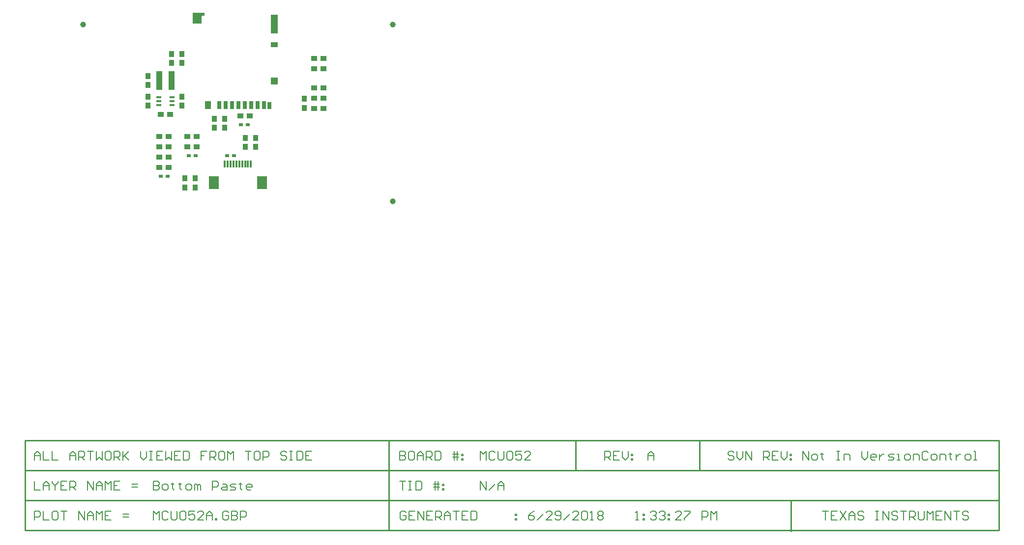
<source format=gbp>
G04 Layer_Color=128*
%FSAX25Y25*%
%MOIN*%
G70*
G01*
G75*
%ADD10C,0.01000*%
%ADD11C,0.00800*%
%ADD15R,0.03740X0.03937*%
%ADD16R,0.03937X0.03740*%
G04:AMPARAMS|DCode=17|XSize=15.75mil|YSize=33.47mil|CornerRadius=1.97mil|HoleSize=0mil|Usage=FLASHONLY|Rotation=90.000|XOffset=0mil|YOffset=0mil|HoleType=Round|Shape=RoundedRectangle|*
%AMROUNDEDRECTD17*
21,1,0.01575,0.02953,0,0,90.0*
21,1,0.01181,0.03347,0,0,90.0*
1,1,0.00394,0.01476,0.00591*
1,1,0.00394,0.01476,-0.00591*
1,1,0.00394,-0.01476,-0.00591*
1,1,0.00394,-0.01476,0.00591*
%
%ADD17ROUNDEDRECTD17*%
%ADD18R,0.03150X0.02362*%
%ADD19R,0.01181X0.05118*%
%ADD20R,0.07087X0.08661*%
G04:AMPARAMS|DCode=21|XSize=39.37mil|YSize=39.37mil|CornerRadius=1.58mil|HoleSize=0mil|Usage=FLASHONLY|Rotation=0.000|XOffset=0mil|YOffset=0mil|HoleType=Round|Shape=RoundedRectangle|*
%AMROUNDEDRECTD21*
21,1,0.03937,0.03622,0,0,0.0*
21,1,0.03622,0.03937,0,0,0.0*
1,1,0.00315,0.01811,-0.01811*
1,1,0.00315,-0.01811,-0.01811*
1,1,0.00315,-0.01811,0.01811*
1,1,0.00315,0.01811,0.01811*
%
%ADD21ROUNDEDRECTD21*%
G04:AMPARAMS|DCode=22|XSize=47.24mil|YSize=125.98mil|CornerRadius=1.89mil|HoleSize=0mil|Usage=FLASHONLY|Rotation=0.000|XOffset=0mil|YOffset=0mil|HoleType=Round|Shape=RoundedRectangle|*
%AMROUNDEDRECTD22*
21,1,0.04724,0.12220,0,0,0.0*
21,1,0.04347,0.12598,0,0,0.0*
1,1,0.00378,0.02173,-0.06110*
1,1,0.00378,-0.02173,-0.06110*
1,1,0.00378,-0.02173,0.06110*
1,1,0.00378,0.02173,0.06110*
%
%ADD22ROUNDEDRECTD22*%
G04:AMPARAMS|DCode=23|XSize=47.24mil|YSize=47.24mil|CornerRadius=1.89mil|HoleSize=0mil|Usage=FLASHONLY|Rotation=0.000|XOffset=0mil|YOffset=0mil|HoleType=Round|Shape=RoundedRectangle|*
%AMROUNDEDRECTD23*
21,1,0.04724,0.04347,0,0,0.0*
21,1,0.04347,0.04724,0,0,0.0*
1,1,0.00378,0.02173,-0.02173*
1,1,0.00378,-0.02173,-0.02173*
1,1,0.00378,-0.02173,0.02173*
1,1,0.00378,0.02173,0.02173*
%
%ADD23ROUNDEDRECTD23*%
G04:AMPARAMS|DCode=24|XSize=39.37mil|YSize=55.12mil|CornerRadius=1.97mil|HoleSize=0mil|Usage=FLASHONLY|Rotation=0.000|XOffset=0mil|YOffset=0mil|HoleType=Round|Shape=RoundedRectangle|*
%AMROUNDEDRECTD24*
21,1,0.03937,0.05118,0,0,0.0*
21,1,0.03543,0.05512,0,0,0.0*
1,1,0.00394,0.01772,-0.02559*
1,1,0.00394,-0.01772,-0.02559*
1,1,0.00394,-0.01772,0.02559*
1,1,0.00394,0.01772,0.02559*
%
%ADD24ROUNDEDRECTD24*%
G04:AMPARAMS|DCode=25|XSize=47.24mil|YSize=31.5mil|CornerRadius=1.26mil|HoleSize=0mil|Usage=FLASHONLY|Rotation=0.000|XOffset=0mil|YOffset=0mil|HoleType=Round|Shape=RoundedRectangle|*
%AMROUNDEDRECTD25*
21,1,0.04724,0.02898,0,0,0.0*
21,1,0.04472,0.03150,0,0,0.0*
1,1,0.00252,0.02236,-0.01449*
1,1,0.00252,-0.02236,-0.01449*
1,1,0.00252,-0.02236,0.01449*
1,1,0.00252,0.02236,0.01449*
%
%ADD25ROUNDEDRECTD25*%
G04:AMPARAMS|DCode=26|XSize=27.56mil|YSize=47.24mil|CornerRadius=1.93mil|HoleSize=0mil|Usage=FLASHONLY|Rotation=0.000|XOffset=0mil|YOffset=0mil|HoleType=Round|Shape=RoundedRectangle|*
%AMROUNDEDRECTD26*
21,1,0.02756,0.04339,0,0,0.0*
21,1,0.02370,0.04724,0,0,0.0*
1,1,0.00386,0.01185,-0.02169*
1,1,0.00386,-0.01185,-0.02169*
1,1,0.00386,-0.01185,0.02169*
1,1,0.00386,0.01185,0.02169*
%
%ADD26ROUNDEDRECTD26*%
G04:AMPARAMS|DCode=27|XSize=27.56mil|YSize=55.12mil|CornerRadius=1.93mil|HoleSize=0mil|Usage=FLASHONLY|Rotation=0.000|XOffset=0mil|YOffset=0mil|HoleType=Round|Shape=RoundedRectangle|*
%AMROUNDEDRECTD27*
21,1,0.02756,0.05126,0,0,0.0*
21,1,0.02370,0.05512,0,0,0.0*
1,1,0.00386,0.01185,-0.02563*
1,1,0.00386,-0.01185,-0.02563*
1,1,0.00386,-0.01185,0.02563*
1,1,0.00386,0.01185,0.02563*
%
%ADD27ROUNDEDRECTD27*%
%ADD28R,0.04409X0.12598*%
%ADD29C,0.03937*%
G36*
X0161562Y0389518D02*
X0160184D01*
X0159594Y0388928D01*
Y0384006D01*
X0153688D01*
Y0391487D01*
X0161562D01*
Y0389518D01*
D02*
G37*
G54D10*
X0497200Y0080717D02*
Y0101050D01*
X0413200Y0080717D02*
Y0101050D01*
X0040000Y0080717D02*
X0700200D01*
X0040000Y0060383D02*
X0700000D01*
X0040000Y0040050D02*
X0440500D01*
X0040050Y0101050D02*
X0700200D01*
X0040050Y0040050D02*
Y0101050D01*
Y0040050D02*
X0197600D01*
X0040000D02*
Y0101050D01*
X0286500Y0040050D02*
Y0101050D01*
X0700200Y0040050D02*
Y0101050D01*
X0440500Y0040050D02*
X0700200D01*
X0559400Y0039400D02*
Y0059683D01*
G54D11*
X0126900Y0073549D02*
Y0067551D01*
X0129899D01*
X0130899Y0068550D01*
Y0069550D01*
X0129899Y0070550D01*
X0126900D01*
X0129899D01*
X0130899Y0071549D01*
Y0072549D01*
X0129899Y0073549D01*
X0126900D01*
X0133898Y0067551D02*
X0135897D01*
X0136897Y0068550D01*
Y0070550D01*
X0135897Y0071549D01*
X0133898D01*
X0132898Y0070550D01*
Y0068550D01*
X0133898Y0067551D01*
X0139896Y0072549D02*
Y0071549D01*
X0138896D01*
X0140895D01*
X0139896D01*
Y0068550D01*
X0140895Y0067551D01*
X0144894Y0072549D02*
Y0071549D01*
X0143895D01*
X0145894D01*
X0144894D01*
Y0068550D01*
X0145894Y0067551D01*
X0149893D02*
X0151892D01*
X0152892Y0068550D01*
Y0070550D01*
X0151892Y0071549D01*
X0149893D01*
X0148893Y0070550D01*
Y0068550D01*
X0149893Y0067551D01*
X0154891D02*
Y0071549D01*
X0155891D01*
X0156890Y0070550D01*
Y0067551D01*
Y0070550D01*
X0157890Y0071549D01*
X0158890Y0070550D01*
Y0067551D01*
X0166887D02*
Y0073549D01*
X0169886D01*
X0170886Y0072549D01*
Y0070550D01*
X0169886Y0069550D01*
X0166887D01*
X0173885Y0071549D02*
X0175884D01*
X0176884Y0070550D01*
Y0067551D01*
X0173885D01*
X0172885Y0068550D01*
X0173885Y0069550D01*
X0176884D01*
X0178883Y0067551D02*
X0181882D01*
X0182882Y0068550D01*
X0181882Y0069550D01*
X0179883D01*
X0178883Y0070550D01*
X0179883Y0071549D01*
X0182882D01*
X0185881Y0072549D02*
Y0071549D01*
X0184881D01*
X0186881D01*
X0185881D01*
Y0068550D01*
X0186881Y0067551D01*
X0192879D02*
X0190879D01*
X0189880Y0068550D01*
Y0070550D01*
X0190879Y0071549D01*
X0192879D01*
X0193878Y0070550D01*
Y0069550D01*
X0189880D01*
X0567400Y0087833D02*
Y0093831D01*
X0571399Y0087833D01*
Y0093831D01*
X0574398Y0087833D02*
X0576397D01*
X0577397Y0088833D01*
Y0090832D01*
X0576397Y0091832D01*
X0574398D01*
X0573398Y0090832D01*
Y0088833D01*
X0574398Y0087833D01*
X0580396Y0092832D02*
Y0091832D01*
X0579396D01*
X0581395D01*
X0580396D01*
Y0088833D01*
X0581395Y0087833D01*
X0590393Y0093831D02*
X0592392D01*
X0591392D01*
Y0087833D01*
X0590393D01*
X0592392D01*
X0595391D02*
Y0091832D01*
X0598390D01*
X0599390Y0090832D01*
Y0087833D01*
X0607387Y0093831D02*
Y0089833D01*
X0609386Y0087833D01*
X0611386Y0089833D01*
Y0093831D01*
X0616384Y0087833D02*
X0614385D01*
X0613385Y0088833D01*
Y0090832D01*
X0614385Y0091832D01*
X0616384D01*
X0617384Y0090832D01*
Y0089833D01*
X0613385D01*
X0619383Y0091832D02*
Y0087833D01*
Y0089833D01*
X0620383Y0090832D01*
X0621383Y0091832D01*
X0622382D01*
X0625381Y0087833D02*
X0628380D01*
X0629380Y0088833D01*
X0628380Y0089833D01*
X0626381D01*
X0625381Y0090832D01*
X0626381Y0091832D01*
X0629380D01*
X0631379Y0087833D02*
X0633379D01*
X0632379D01*
Y0091832D01*
X0631379D01*
X0637377Y0087833D02*
X0639377D01*
X0640376Y0088833D01*
Y0090832D01*
X0639377Y0091832D01*
X0637377D01*
X0636378Y0090832D01*
Y0088833D01*
X0637377Y0087833D01*
X0642376D02*
Y0091832D01*
X0645375D01*
X0646374Y0090832D01*
Y0087833D01*
X0652373Y0092832D02*
X0651373Y0093831D01*
X0649373D01*
X0648374Y0092832D01*
Y0088833D01*
X0649373Y0087833D01*
X0651373D01*
X0652373Y0088833D01*
X0655372Y0087833D02*
X0657371D01*
X0658371Y0088833D01*
Y0090832D01*
X0657371Y0091832D01*
X0655372D01*
X0654372Y0090832D01*
Y0088833D01*
X0655372Y0087833D01*
X0660370D02*
Y0091832D01*
X0663369D01*
X0664369Y0090832D01*
Y0087833D01*
X0667368Y0092832D02*
Y0091832D01*
X0666368D01*
X0668367D01*
X0667368D01*
Y0088833D01*
X0668367Y0087833D01*
X0671366Y0091832D02*
Y0087833D01*
Y0089833D01*
X0672366Y0090832D01*
X0673366Y0091832D01*
X0674365D01*
X0678364Y0087833D02*
X0680364D01*
X0681363Y0088833D01*
Y0090832D01*
X0680364Y0091832D01*
X0678364D01*
X0677364Y0090832D01*
Y0088833D01*
X0678364Y0087833D01*
X0683362D02*
X0685362D01*
X0684362D01*
Y0093831D01*
X0683362D01*
X0520799Y0092832D02*
X0519799Y0093831D01*
X0517800D01*
X0516800Y0092832D01*
Y0091832D01*
X0517800Y0090832D01*
X0519799D01*
X0520799Y0089833D01*
Y0088833D01*
X0519799Y0087833D01*
X0517800D01*
X0516800Y0088833D01*
X0522798Y0093831D02*
Y0089833D01*
X0524797Y0087833D01*
X0526797Y0089833D01*
Y0093831D01*
X0528796Y0087833D02*
Y0093831D01*
X0532795Y0087833D01*
Y0093831D01*
X0540792Y0087833D02*
Y0093831D01*
X0543791D01*
X0544791Y0092832D01*
Y0090832D01*
X0543791Y0089833D01*
X0540792D01*
X0542792D02*
X0544791Y0087833D01*
X0550789Y0093831D02*
X0546790D01*
Y0087833D01*
X0550789D01*
X0546790Y0090832D02*
X0548790D01*
X0552788Y0093831D02*
Y0089833D01*
X0554788Y0087833D01*
X0556787Y0089833D01*
Y0093831D01*
X0558786Y0091832D02*
X0559786D01*
Y0090832D01*
X0558786D01*
Y0091832D01*
Y0088833D02*
X0559786D01*
Y0087833D01*
X0558786D01*
Y0088833D01*
X0433000Y0087833D02*
Y0093831D01*
X0435999D01*
X0436999Y0092832D01*
Y0090832D01*
X0435999Y0089833D01*
X0433000D01*
X0434999D02*
X0436999Y0087833D01*
X0442997Y0093831D02*
X0438998D01*
Y0087833D01*
X0442997D01*
X0438998Y0090832D02*
X0440997D01*
X0444996Y0093831D02*
Y0089833D01*
X0446995Y0087833D01*
X0448995Y0089833D01*
Y0093831D01*
X0450994Y0091832D02*
X0451994D01*
Y0090832D01*
X0450994D01*
Y0091832D01*
Y0088833D02*
X0451994D01*
Y0087833D01*
X0450994D01*
Y0088833D01*
X0126900Y0046966D02*
Y0052965D01*
X0128899Y0050965D01*
X0130899Y0052965D01*
Y0046966D01*
X0136897Y0051965D02*
X0135897Y0052965D01*
X0133898D01*
X0132898Y0051965D01*
Y0047966D01*
X0133898Y0046966D01*
X0135897D01*
X0136897Y0047966D01*
X0138896Y0052965D02*
Y0047966D01*
X0139896Y0046966D01*
X0141895D01*
X0142895Y0047966D01*
Y0052965D01*
X0144894Y0051965D02*
X0145894Y0052965D01*
X0147893D01*
X0148893Y0051965D01*
Y0047966D01*
X0147893Y0046966D01*
X0145894D01*
X0144894Y0047966D01*
Y0051965D01*
X0154891Y0052965D02*
X0150892D01*
Y0049966D01*
X0152892Y0050965D01*
X0153891D01*
X0154891Y0049966D01*
Y0047966D01*
X0153891Y0046966D01*
X0151892D01*
X0150892Y0047966D01*
X0160889Y0046966D02*
X0156890D01*
X0160889Y0050965D01*
Y0051965D01*
X0159889Y0052965D01*
X0157890D01*
X0156890Y0051965D01*
X0162888Y0046966D02*
Y0050965D01*
X0164888Y0052965D01*
X0166887Y0050965D01*
Y0046966D01*
Y0049966D01*
X0162888D01*
X0168886Y0046966D02*
Y0047966D01*
X0169886D01*
Y0046966D01*
X0168886D01*
X0177884Y0051965D02*
X0176884Y0052965D01*
X0174884D01*
X0173885Y0051965D01*
Y0047966D01*
X0174884Y0046966D01*
X0176884D01*
X0177884Y0047966D01*
Y0049966D01*
X0175884D01*
X0179883Y0052965D02*
Y0046966D01*
X0182882D01*
X0183882Y0047966D01*
Y0048966D01*
X0182882Y0049966D01*
X0179883D01*
X0182882D01*
X0183882Y0050965D01*
Y0051965D01*
X0182882Y0052965D01*
X0179883D01*
X0185881Y0046966D02*
Y0052965D01*
X0188880D01*
X0189880Y0051965D01*
Y0049966D01*
X0188880Y0048966D01*
X0185881D01*
X0385149Y0052965D02*
X0383149Y0051965D01*
X0381150Y0049966D01*
Y0047966D01*
X0382150Y0046966D01*
X0384149D01*
X0385149Y0047966D01*
Y0048966D01*
X0384149Y0049966D01*
X0381150D01*
X0387148Y0046966D02*
X0391147Y0050965D01*
X0397145Y0046966D02*
X0393146D01*
X0397145Y0050965D01*
Y0051965D01*
X0396145Y0052965D01*
X0394146D01*
X0393146Y0051965D01*
X0399144Y0047966D02*
X0400144Y0046966D01*
X0402143D01*
X0403143Y0047966D01*
Y0051965D01*
X0402143Y0052965D01*
X0400144D01*
X0399144Y0051965D01*
Y0050965D01*
X0400144Y0049966D01*
X0403143D01*
X0405142Y0046966D02*
X0409141Y0050965D01*
X0415139Y0046966D02*
X0411140D01*
X0415139Y0050965D01*
Y0051965D01*
X0414139Y0052965D01*
X0412140D01*
X0411140Y0051965D01*
X0417138D02*
X0418138Y0052965D01*
X0420137D01*
X0421137Y0051965D01*
Y0047966D01*
X0420137Y0046966D01*
X0418138D01*
X0417138Y0047966D01*
Y0051965D01*
X0423136Y0046966D02*
X0425136D01*
X0424136D01*
Y0052965D01*
X0423136Y0051965D01*
X0428135D02*
X0429135Y0052965D01*
X0431134D01*
X0432133Y0051965D01*
Y0050965D01*
X0431134Y0049966D01*
X0432133Y0048966D01*
Y0047966D01*
X0431134Y0046966D01*
X0429135D01*
X0428135Y0047966D01*
Y0048966D01*
X0429135Y0049966D01*
X0428135Y0050965D01*
Y0051965D01*
X0429135Y0049966D02*
X0431134D01*
X0298199Y0051965D02*
X0297199Y0052965D01*
X0295200D01*
X0294200Y0051965D01*
Y0047966D01*
X0295200Y0046966D01*
X0297199D01*
X0298199Y0047966D01*
Y0049966D01*
X0296199D01*
X0304197Y0052965D02*
X0300198D01*
Y0046966D01*
X0304197D01*
X0300198Y0049966D02*
X0302197D01*
X0306196Y0046966D02*
Y0052965D01*
X0310195Y0046966D01*
Y0052965D01*
X0316193D02*
X0312194D01*
Y0046966D01*
X0316193D01*
X0312194Y0049966D02*
X0314194D01*
X0318192Y0046966D02*
Y0052965D01*
X0321191D01*
X0322191Y0051965D01*
Y0049966D01*
X0321191Y0048966D01*
X0318192D01*
X0320192D02*
X0322191Y0046966D01*
X0324190D02*
Y0050965D01*
X0326190Y0052965D01*
X0328189Y0050965D01*
Y0046966D01*
Y0049966D01*
X0324190D01*
X0330188Y0052965D02*
X0334187D01*
X0332188D01*
Y0046966D01*
X0340185Y0052965D02*
X0336186D01*
Y0046966D01*
X0340185D01*
X0336186Y0049966D02*
X0338186D01*
X0342184Y0052965D02*
Y0046966D01*
X0345183D01*
X0346183Y0047966D01*
Y0051965D01*
X0345183Y0052965D01*
X0342184D01*
X0372175Y0050965D02*
X0373175D01*
Y0049966D01*
X0372175D01*
Y0050965D01*
Y0047966D02*
X0373175D01*
Y0046966D01*
X0372175D01*
Y0047966D01*
X0046350Y0087833D02*
Y0091832D01*
X0048349Y0093831D01*
X0050349Y0091832D01*
Y0087833D01*
Y0090832D01*
X0046350D01*
X0052348Y0093831D02*
Y0087833D01*
X0056347D01*
X0058346Y0093831D02*
Y0087833D01*
X0062345D01*
X0070342D02*
Y0091832D01*
X0072342Y0093831D01*
X0074341Y0091832D01*
Y0087833D01*
Y0090832D01*
X0070342D01*
X0076340Y0087833D02*
Y0093831D01*
X0079339D01*
X0080339Y0092832D01*
Y0090832D01*
X0079339Y0089833D01*
X0076340D01*
X0078340D02*
X0080339Y0087833D01*
X0082338Y0093831D02*
X0086337D01*
X0084338D01*
Y0087833D01*
X0088336Y0093831D02*
Y0087833D01*
X0090336Y0089833D01*
X0092335Y0087833D01*
Y0093831D01*
X0097334D02*
X0095334D01*
X0094335Y0092832D01*
Y0088833D01*
X0095334Y0087833D01*
X0097334D01*
X0098333Y0088833D01*
Y0092832D01*
X0097334Y0093831D01*
X0100332Y0087833D02*
Y0093831D01*
X0103332D01*
X0104331Y0092832D01*
Y0090832D01*
X0103332Y0089833D01*
X0100332D01*
X0102332D02*
X0104331Y0087833D01*
X0106331Y0093831D02*
Y0087833D01*
Y0089833D01*
X0110329Y0093831D01*
X0107330Y0090832D01*
X0110329Y0087833D01*
X0118327Y0093831D02*
Y0089833D01*
X0120326Y0087833D01*
X0122325Y0089833D01*
Y0093831D01*
X0124325D02*
X0126324D01*
X0125324D01*
Y0087833D01*
X0124325D01*
X0126324D01*
X0133322Y0093831D02*
X0129323D01*
Y0087833D01*
X0133322D01*
X0129323Y0090832D02*
X0131323D01*
X0135321Y0093831D02*
Y0087833D01*
X0137321Y0089833D01*
X0139320Y0087833D01*
Y0093831D01*
X0145318D02*
X0141319D01*
Y0087833D01*
X0145318D01*
X0141319Y0090832D02*
X0143319D01*
X0147317Y0093831D02*
Y0087833D01*
X0150316D01*
X0151316Y0088833D01*
Y0092832D01*
X0150316Y0093831D01*
X0147317D01*
X0163312D02*
X0159313D01*
Y0090832D01*
X0161313D01*
X0159313D01*
Y0087833D01*
X0165312D02*
Y0093831D01*
X0168310D01*
X0169310Y0092832D01*
Y0090832D01*
X0168310Y0089833D01*
X0165312D01*
X0167311D02*
X0169310Y0087833D01*
X0174309Y0093831D02*
X0172309D01*
X0171310Y0092832D01*
Y0088833D01*
X0172309Y0087833D01*
X0174309D01*
X0175308Y0088833D01*
Y0092832D01*
X0174309Y0093831D01*
X0177308Y0087833D02*
Y0093831D01*
X0179307Y0091832D01*
X0181306Y0093831D01*
Y0087833D01*
X0189304Y0093831D02*
X0193303D01*
X0191303D01*
Y0087833D01*
X0198301Y0093831D02*
X0196301D01*
X0195302Y0092832D01*
Y0088833D01*
X0196301Y0087833D01*
X0198301D01*
X0199301Y0088833D01*
Y0092832D01*
X0198301Y0093831D01*
X0201300Y0087833D02*
Y0093831D01*
X0204299D01*
X0205299Y0092832D01*
Y0090832D01*
X0204299Y0089833D01*
X0201300D01*
X0217295Y0092832D02*
X0216295Y0093831D01*
X0214296D01*
X0213296Y0092832D01*
Y0091832D01*
X0214296Y0090832D01*
X0216295D01*
X0217295Y0089833D01*
Y0088833D01*
X0216295Y0087833D01*
X0214296D01*
X0213296Y0088833D01*
X0219294Y0093831D02*
X0221293D01*
X0220294D01*
Y0087833D01*
X0219294D01*
X0221293D01*
X0224292Y0093831D02*
Y0087833D01*
X0227291D01*
X0228291Y0088833D01*
Y0092832D01*
X0227291Y0093831D01*
X0224292D01*
X0234289D02*
X0230291D01*
Y0087833D01*
X0234289D01*
X0230291Y0090832D02*
X0232290D01*
X0462150Y0087833D02*
Y0091832D01*
X0464149Y0093831D01*
X0466149Y0091832D01*
Y0087833D01*
Y0090832D01*
X0462150D01*
X0348550Y0087833D02*
Y0093831D01*
X0350549Y0091832D01*
X0352549Y0093831D01*
Y0087833D01*
X0358547Y0092832D02*
X0357547Y0093831D01*
X0355548D01*
X0354548Y0092832D01*
Y0088833D01*
X0355548Y0087833D01*
X0357547D01*
X0358547Y0088833D01*
X0360546Y0093831D02*
Y0088833D01*
X0361546Y0087833D01*
X0363545D01*
X0364545Y0088833D01*
Y0093831D01*
X0366544Y0092832D02*
X0367544Y0093831D01*
X0369543D01*
X0370543Y0092832D01*
Y0088833D01*
X0369543Y0087833D01*
X0367544D01*
X0366544Y0088833D01*
Y0092832D01*
X0376541Y0093831D02*
X0372542D01*
Y0090832D01*
X0374542Y0091832D01*
X0375541D01*
X0376541Y0090832D01*
Y0088833D01*
X0375541Y0087833D01*
X0373542D01*
X0372542Y0088833D01*
X0382539Y0087833D02*
X0378540D01*
X0382539Y0091832D01*
Y0092832D01*
X0381539Y0093831D01*
X0379540D01*
X0378540Y0092832D01*
X0294000Y0093831D02*
Y0087833D01*
X0296999D01*
X0297999Y0088833D01*
Y0089833D01*
X0296999Y0090832D01*
X0294000D01*
X0296999D01*
X0297999Y0091832D01*
Y0092832D01*
X0296999Y0093831D01*
X0294000D01*
X0302997D02*
X0300998D01*
X0299998Y0092832D01*
Y0088833D01*
X0300998Y0087833D01*
X0302997D01*
X0303997Y0088833D01*
Y0092832D01*
X0302997Y0093831D01*
X0305996Y0087833D02*
Y0091832D01*
X0307996Y0093831D01*
X0309995Y0091832D01*
Y0087833D01*
Y0090832D01*
X0305996D01*
X0311994Y0087833D02*
Y0093831D01*
X0314993D01*
X0315993Y0092832D01*
Y0090832D01*
X0314993Y0089833D01*
X0311994D01*
X0313994D02*
X0315993Y0087833D01*
X0317992Y0093831D02*
Y0087833D01*
X0320991D01*
X0321991Y0088833D01*
Y0092832D01*
X0320991Y0093831D01*
X0317992D01*
X0330988Y0087833D02*
Y0093831D01*
X0332987D02*
Y0087833D01*
X0329988Y0091832D02*
X0332987D01*
X0333987D01*
X0329988Y0089833D02*
X0333987D01*
X0335986Y0091832D02*
X0336986D01*
Y0090832D01*
X0335986D01*
Y0091832D01*
Y0088833D02*
X0336986D01*
Y0087833D01*
X0335986D01*
Y0088833D01*
X0046350Y0073549D02*
Y0067551D01*
X0050349D01*
X0052348D02*
Y0071549D01*
X0054347Y0073549D01*
X0056347Y0071549D01*
Y0067551D01*
Y0070550D01*
X0052348D01*
X0058346Y0073549D02*
Y0072549D01*
X0060346Y0070550D01*
X0062345Y0072549D01*
Y0073549D01*
X0060346Y0070550D02*
Y0067551D01*
X0068343Y0073549D02*
X0064344D01*
Y0067551D01*
X0068343D01*
X0064344Y0070550D02*
X0066343D01*
X0070342Y0067551D02*
Y0073549D01*
X0073341D01*
X0074341Y0072549D01*
Y0070550D01*
X0073341Y0069550D01*
X0070342D01*
X0072342D02*
X0074341Y0067551D01*
X0082338D02*
Y0073549D01*
X0086337Y0067551D01*
Y0073549D01*
X0088336Y0067551D02*
Y0071549D01*
X0090336Y0073549D01*
X0092335Y0071549D01*
Y0067551D01*
Y0070550D01*
X0088336D01*
X0094335Y0067551D02*
Y0073549D01*
X0096334Y0071549D01*
X0098333Y0073549D01*
Y0067551D01*
X0104331Y0073549D02*
X0100332D01*
Y0067551D01*
X0104331D01*
X0100332Y0070550D02*
X0102332D01*
X0112329Y0069550D02*
X0116327D01*
X0112329Y0071549D02*
X0116327D01*
X0046350Y0046966D02*
Y0052965D01*
X0049349D01*
X0050349Y0051965D01*
Y0049966D01*
X0049349Y0048966D01*
X0046350D01*
X0052348Y0052965D02*
Y0046966D01*
X0056347D01*
X0061345Y0052965D02*
X0059346D01*
X0058346Y0051965D01*
Y0047966D01*
X0059346Y0046966D01*
X0061345D01*
X0062345Y0047966D01*
Y0051965D01*
X0061345Y0052965D01*
X0064344D02*
X0068343D01*
X0066343D01*
Y0046966D01*
X0076340D02*
Y0052965D01*
X0080339Y0046966D01*
Y0052965D01*
X0082338Y0046966D02*
Y0050965D01*
X0084338Y0052965D01*
X0086337Y0050965D01*
Y0046966D01*
Y0049966D01*
X0082338D01*
X0088336Y0046966D02*
Y0052965D01*
X0090336Y0050965D01*
X0092335Y0052965D01*
Y0046966D01*
X0098333Y0052965D02*
X0094335D01*
Y0046966D01*
X0098333D01*
X0094335Y0049966D02*
X0096334D01*
X0106331Y0048966D02*
X0110329D01*
X0106331Y0050965D02*
X0110329D01*
X0454050Y0046966D02*
X0456049D01*
X0455050D01*
Y0052965D01*
X0454050Y0051965D01*
X0459048Y0050965D02*
X0460048D01*
Y0049966D01*
X0459048D01*
Y0050965D01*
Y0047966D02*
X0460048D01*
Y0046966D01*
X0459048D01*
Y0047966D01*
X0464047Y0051965D02*
X0465046Y0052965D01*
X0467046D01*
X0468046Y0051965D01*
Y0050965D01*
X0467046Y0049966D01*
X0466046D01*
X0467046D01*
X0468046Y0048966D01*
Y0047966D01*
X0467046Y0046966D01*
X0465046D01*
X0464047Y0047966D01*
X0470045Y0051965D02*
X0471044Y0052965D01*
X0473044D01*
X0474044Y0051965D01*
Y0050965D01*
X0473044Y0049966D01*
X0472044D01*
X0473044D01*
X0474044Y0048966D01*
Y0047966D01*
X0473044Y0046966D01*
X0471044D01*
X0470045Y0047966D01*
X0476043Y0050965D02*
X0477043D01*
Y0049966D01*
X0476043D01*
Y0050965D01*
Y0047966D02*
X0477043D01*
Y0046966D01*
X0476043D01*
Y0047966D01*
X0485040Y0046966D02*
X0481041D01*
X0485040Y0050965D01*
Y0051965D01*
X0484040Y0052965D01*
X0482041D01*
X0481041Y0051965D01*
X0487039Y0052965D02*
X0491038D01*
Y0051965D01*
X0487039Y0047966D01*
Y0046966D01*
X0499035D02*
Y0052965D01*
X0502035D01*
X0503034Y0051965D01*
Y0049966D01*
X0502035Y0048966D01*
X0499035D01*
X0505033Y0046966D02*
Y0052965D01*
X0507033Y0050965D01*
X0509032Y0052965D01*
Y0046966D01*
X0580500Y0052965D02*
X0584499D01*
X0582499D01*
Y0046966D01*
X0590497Y0052965D02*
X0586498D01*
Y0046966D01*
X0590497D01*
X0586498Y0049966D02*
X0588497D01*
X0592496Y0052965D02*
X0596495Y0046966D01*
Y0052965D02*
X0592496Y0046966D01*
X0598494D02*
Y0050965D01*
X0600493Y0052965D01*
X0602493Y0050965D01*
Y0046966D01*
Y0049966D01*
X0598494D01*
X0608491Y0051965D02*
X0607491Y0052965D01*
X0605492D01*
X0604492Y0051965D01*
Y0050965D01*
X0605492Y0049966D01*
X0607491D01*
X0608491Y0048966D01*
Y0047966D01*
X0607491Y0046966D01*
X0605492D01*
X0604492Y0047966D01*
X0616488Y0052965D02*
X0618488D01*
X0617488D01*
Y0046966D01*
X0616488D01*
X0618488D01*
X0621487D02*
Y0052965D01*
X0625486Y0046966D01*
Y0052965D01*
X0631484Y0051965D02*
X0630484Y0052965D01*
X0628484D01*
X0627485Y0051965D01*
Y0050965D01*
X0628484Y0049966D01*
X0630484D01*
X0631484Y0048966D01*
Y0047966D01*
X0630484Y0046966D01*
X0628484D01*
X0627485Y0047966D01*
X0633483Y0052965D02*
X0637482D01*
X0635482D01*
Y0046966D01*
X0639481D02*
Y0052965D01*
X0642480D01*
X0643480Y0051965D01*
Y0049966D01*
X0642480Y0048966D01*
X0639481D01*
X0641480D02*
X0643480Y0046966D01*
X0645479Y0052965D02*
Y0047966D01*
X0646479Y0046966D01*
X0648478D01*
X0649478Y0047966D01*
Y0052965D01*
X0651477Y0046966D02*
Y0052965D01*
X0653476Y0050965D01*
X0655476Y0052965D01*
Y0046966D01*
X0661474Y0052965D02*
X0657475D01*
Y0046966D01*
X0661474D01*
X0657475Y0049966D02*
X0659474D01*
X0663473Y0046966D02*
Y0052965D01*
X0667472Y0046966D01*
Y0052965D01*
X0669471D02*
X0673470D01*
X0671471D01*
Y0046966D01*
X0679468Y0051965D02*
X0678468Y0052965D01*
X0676469D01*
X0675469Y0051965D01*
Y0050965D01*
X0676469Y0049966D01*
X0678468D01*
X0679468Y0048966D01*
Y0047966D01*
X0678468Y0046966D01*
X0676469D01*
X0675469Y0047966D01*
X0294000Y0073498D02*
X0297999D01*
X0295999D01*
Y0067500D01*
X0299998Y0073498D02*
X0301997D01*
X0300998D01*
Y0067500D01*
X0299998D01*
X0301997D01*
X0304996Y0073498D02*
Y0067500D01*
X0307996D01*
X0308995Y0068500D01*
Y0072498D01*
X0307996Y0073498D01*
X0304996D01*
X0317992Y0067500D02*
Y0073498D01*
X0319992D02*
Y0067500D01*
X0316993Y0071499D02*
X0319992D01*
X0320991D01*
X0316993Y0069499D02*
X0320991D01*
X0322991Y0071499D02*
X0323990D01*
Y0070499D01*
X0322991D01*
Y0071499D01*
Y0068500D02*
X0323990D01*
Y0067500D01*
X0322991D01*
Y0068500D01*
X0348550Y0067500D02*
Y0073498D01*
X0352549Y0067500D01*
Y0073498D01*
X0354548Y0067500D02*
X0358547Y0071499D01*
X0360546Y0067500D02*
Y0071499D01*
X0362545Y0073498D01*
X0364545Y0071499D01*
Y0067500D01*
Y0070499D01*
X0360546D01*
G54D15*
X0229200Y0333050D02*
D03*
Y0326750D02*
D03*
X0139200Y0357250D02*
D03*
Y0363550D02*
D03*
X0146200Y0357250D02*
D03*
Y0363550D02*
D03*
X0123200Y0342282D02*
D03*
Y0348581D02*
D03*
Y0334581D02*
D03*
Y0328282D02*
D03*
X0146200D02*
D03*
Y0334581D02*
D03*
X0168200Y0319550D02*
D03*
Y0313250D02*
D03*
X0175200Y0319550D02*
D03*
Y0313250D02*
D03*
X0148200Y0272750D02*
D03*
Y0279050D02*
D03*
X0155200Y0279050D02*
D03*
Y0272750D02*
D03*
X0189332Y0300250D02*
D03*
Y0306550D02*
D03*
X0196332Y0300250D02*
D03*
Y0306550D02*
D03*
G54D16*
X0138350Y0322431D02*
D03*
X0132050D02*
D03*
X0131050Y0286408D02*
D03*
X0137350D02*
D03*
X0131050Y0293400D02*
D03*
X0137350D02*
D03*
X0131050Y0300400D02*
D03*
X0137350D02*
D03*
X0131050Y0307400D02*
D03*
X0137350D02*
D03*
X0150050Y0300400D02*
D03*
X0156350D02*
D03*
X0150050Y0307400D02*
D03*
X0156350D02*
D03*
X0236050Y0326400D02*
D03*
X0242350D02*
D03*
X0236050Y0333400D02*
D03*
X0242350D02*
D03*
X0236050Y0340400D02*
D03*
X0242350D02*
D03*
X0236050Y0353400D02*
D03*
X0242350D02*
D03*
X0236050Y0360400D02*
D03*
X0242350D02*
D03*
X0186050Y0321400D02*
D03*
X0192350D02*
D03*
G54D17*
X0130771Y0333991D02*
D03*
Y0331432D02*
D03*
Y0328872D02*
D03*
X0139629D02*
D03*
Y0331432D02*
D03*
Y0333991D02*
D03*
G54D18*
X0155562Y0294400D02*
D03*
X0150838D02*
D03*
X0186338Y0315400D02*
D03*
X0191062D02*
D03*
X0136562Y0280400D02*
D03*
X0131838D02*
D03*
X0181562Y0294400D02*
D03*
X0176838D02*
D03*
G54D19*
X0175356Y0288801D02*
D03*
X0177324D02*
D03*
X0179293D02*
D03*
X0181261D02*
D03*
X0183229D02*
D03*
X0185198D02*
D03*
X0187167D02*
D03*
X0189135D02*
D03*
X0191103D02*
D03*
X0193072D02*
D03*
G54D20*
X0200552Y0276013D02*
D03*
X0167848Y0275999D02*
D03*
G54D21*
X0156641Y0386959D02*
D03*
G54D22*
X0209003Y0383809D02*
D03*
G54D23*
Y0345227D02*
D03*
G54D24*
X0164121Y0328691D02*
D03*
G54D25*
X0209003Y0369636D02*
D03*
G54D26*
X0205657Y0328298D02*
D03*
G54D27*
X0201917Y0328691D02*
D03*
X0197586D02*
D03*
X0193255D02*
D03*
X0188924D02*
D03*
X0184594D02*
D03*
X0180263D02*
D03*
X0175932D02*
D03*
X0171602D02*
D03*
G54D28*
X0139295Y0345431D02*
D03*
X0131105D02*
D03*
G54D29*
X0079200Y0383400D02*
D03*
X0289200D02*
D03*
Y0263400D02*
D03*
M02*

</source>
